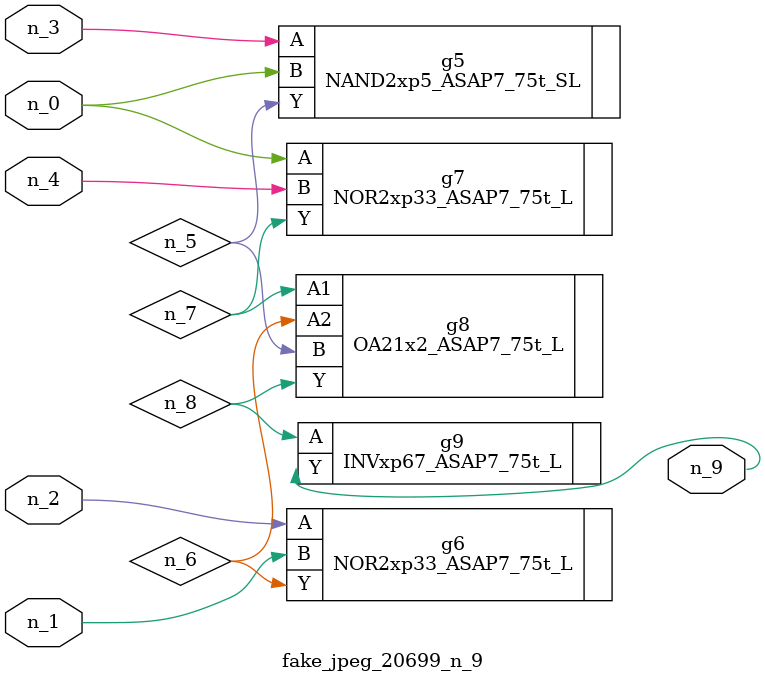
<source format=v>
module fake_jpeg_20699_n_9 (n_3, n_2, n_1, n_0, n_4, n_9);

input n_3;
input n_2;
input n_1;
input n_0;
input n_4;

output n_9;

wire n_8;
wire n_6;
wire n_5;
wire n_7;

NAND2xp5_ASAP7_75t_SL g5 ( 
.A(n_3),
.B(n_0),
.Y(n_5)
);

NOR2xp33_ASAP7_75t_L g6 ( 
.A(n_2),
.B(n_1),
.Y(n_6)
);

NOR2xp33_ASAP7_75t_L g7 ( 
.A(n_0),
.B(n_4),
.Y(n_7)
);

OA21x2_ASAP7_75t_L g8 ( 
.A1(n_7),
.A2(n_6),
.B(n_5),
.Y(n_8)
);

INVxp67_ASAP7_75t_L g9 ( 
.A(n_8),
.Y(n_9)
);


endmodule
</source>
